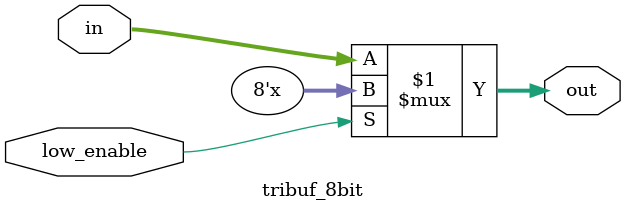
<source format=v>
module tribuf_8bit(in, out, low_enable);
	input [7:0] in; // Input word
	input low_enable; // Enable (active low)
	output tri [7:0] out; // Output word
	assign out = low_enable ? 8'bzzzzzzzz : in;
endmodule

</source>
